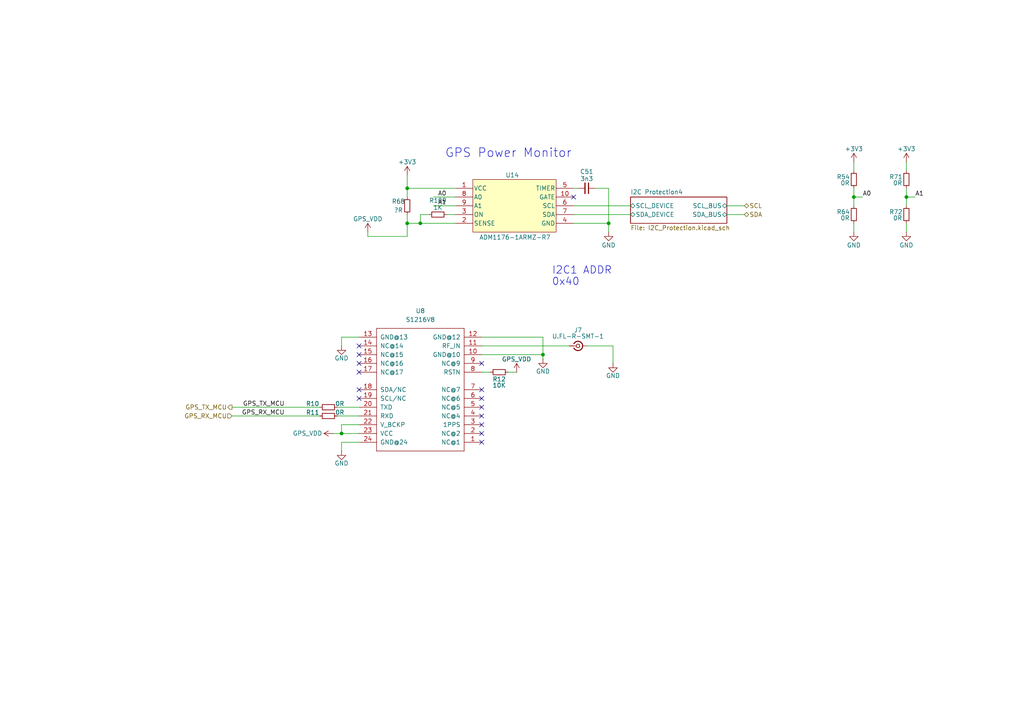
<source format=kicad_sch>
(kicad_sch (version 20231120) (generator "eeschema") (generator_version "8.0")
  (paper "A4")
  (title_block (title "Argus Mainboard") (date "2024-11-19") (rev "v2.1") (company "Carnegie Mellon University") (comment 1 "M. Holliday") (comment 2 "N. Khera") (comment 3 "V. Rajesh"))
  (lib_symbols
    (symbol "Argus-IC:ADM1176-1ARMZ-R7" (pin_names (offset 0.254))
      (property "Reference" "U9" (at 0 8.89 0))
      (property "Value" "ADM1176-1ARMZ-R7" (at 0.762 -9.144 0))
      (symbol "ADM1176-1ARMZ-R7_1_0"
        (pin unspecified line (at -16.51 5.08 0) (length 5.08) (name "VCC") (number "1"))
        (pin unspecified line (at 17.78 2.54 180) (length 5.08) (name "GATE") (number "10"))
        (pin unspecified line (at -16.51 -5.08 0) (length 5.08) (name "SENSE") (number "2"))
        (pin unspecified line (at -16.51 -2.54 0) (length 5.08) (name "ON") (number "3"))
        (pin unspecified line (at 17.78 -5.08 180) (length 5.08) (name "GND") (number "4"))
        (pin unspecified line (at 17.78 5.08 180) (length 5.08) (name "TIMER") (number "5"))
        (pin unspecified line (at 17.78 0 180) (length 5.08) (name "SCL") (number "6"))
        (pin unspecified line (at 17.78 -2.54 180) (length 5.08) (name "SDA") (number "7"))
        (pin unspecified line (at -16.51 2.54 0) (length 5.08) (name "A0") (number "8"))
        (pin unspecified line (at -16.51 0 0) (length 5.08) (name "A1") (number "9"))
      )
      (symbol "ADM1176-1ARMZ-R7_1_1"
        (rectangle (start -11.43 7.62) (end 12.7 -7.62) (fill (type background)))
      )
    )
    (symbol "Argus-Miscellaneous:S1216V8" (pin_names (offset 1.016))
      (property "Reference" "U13" (at -12.954 18.288 0))
      (property "Value" "S1216V8" (at 4.572 -19.812 0))
      (symbol "S1216V8_1_0"
        (polyline (pts (xy -12.7 -17.78) (xy 12.7 -17.78)))
        (polyline (pts (xy -12.7 17.78) (xy -12.7 -17.78)))
        (polyline (pts (xy 12.7 -17.78) (xy 12.7 17.78)))
        (polyline (pts (xy 12.7 17.78) (xy -12.7 17.78)))
        (pin bidirectional line (at 17.78 -15.24 180) (length 5.08) (name "NC@1") (number "1"))
        (pin bidirectional line (at 17.78 10.16 180) (length 5.08) (name "GND@10") (number "10"))
        (pin bidirectional line (at 17.78 12.7 180) (length 5.08) (name "RF_IN") (number "11"))
        (pin bidirectional line (at 17.78 15.24 180) (length 5.08) (name "GND@12") (number "12"))
        (pin bidirectional line (at -17.78 15.24 0) (length 5.08) (name "GND@13") (number "13"))
        (pin bidirectional line (at -17.78 12.7 0) (length 5.08) (name "NC@14") (number "14"))
        (pin bidirectional line (at -17.78 10.16 0) (length 5.08) (name "NC@15") (number "15"))
        (pin bidirectional line (at -17.78 7.62 0) (length 5.08) (name "NC@16") (number "16"))
        (pin bidirectional line (at -17.78 5.08 0) (length 5.08) (name "NC@17") (number "17"))
        (pin bidirectional line (at -17.78 0 0) (length 5.08) (name "SDA/NC") (number "18"))
        (pin bidirectional line (at -17.78 -2.54 0) (length 5.08) (name "SCL/NC") (number "19"))
        (pin bidirectional line (at 17.78 -12.7 180) (length 5.08) (name "NC@2") (number "2"))
        (pin bidirectional line (at -17.78 -5.08 0) (length 5.08) (name "TXD") (number "20"))
        (pin bidirectional line (at -17.78 -7.62 0) (length 5.08) (name "RXD") (number "21"))
        (pin bidirectional line (at -17.78 -10.16 0) (length 5.08) (name "V_BCKP") (number "22"))
        (pin bidirectional line (at -17.78 -12.7 0) (length 5.08) (name "VCC") (number "23"))
        (pin bidirectional line (at -17.78 -15.24 0) (length 5.08) (name "GND@24") (number "24"))
        (pin bidirectional line (at 17.78 -10.16 180) (length 5.08) (name "1PPS") (number "3"))
        (pin bidirectional line (at 17.78 -7.62 180) (length 5.08) (name "NC@4") (number "4"))
        (pin bidirectional line (at 17.78 -5.08 180) (length 5.08) (name "NC@5") (number "5"))
        (pin bidirectional line (at 17.78 -2.54 180) (length 5.08) (name "NC@6") (number "6"))
        (pin bidirectional line (at 17.78 0 180) (length 5.08) (name "NC@7") (number "7"))
        (pin bidirectional line (at 17.78 5.08 180) (length 5.08) (name "RSTN") (number "8"))
        (pin bidirectional line (at 17.78 7.62 180) (length 5.08) (name "NC@9") (number "9"))
      )
    )
    (symbol "Connector:Conn_Coaxial_Small" (pin_numbers hide) (pin_names (offset 1.016) hide)
      (property "Reference" "J" (at 0.254 3.048 0))
      (property "Value" "Conn_Coaxial_Small" (at 0 -3.81 0))
      (symbol "Conn_Coaxial_Small_0_1"
        (polyline (pts (xy -2.54 0) (xy -0.508 0)))
        (circle (center 0 0) (radius 0.508) (stroke (width 0.2032)))
      )
      (symbol "Conn_Coaxial_Small_1_1"
        (arc (start -1.1916 -0.6311) (mid 0.327 -1.3081) (end 1.3484 0.0039) (stroke (width 0.3048)))
        (arc (start 1.3484 -0.0039) (mid 0.327 1.3081) (end -1.1916 0.6311) (stroke (width 0.3048)))
        (pin passive line (at -2.54 0 0) (length 1.27) (name "In") (number "1"))
        (pin passive line (at 2.54 0 180) (length 1.27) (name "Ext") (number "2"))
      )
    )
    (symbol "Device:C_Small" (pin_numbers hide) (pin_names (offset 0.254) hide)
      (property "Reference" "C" (at 0.254 1.778 0))
      (property "Value" "C_Small" (at 0.254 -2.032 0))
      (symbol "C_Small_0_1"
        (polyline (pts (xy -1.524 -0.508) (xy 1.524 -0.508)) (stroke (width 0.3302)))
        (polyline (pts (xy -1.524 0.508) (xy 1.524 0.508)) (stroke (width 0.3048)))
      )
      (symbol "C_Small_1_1"
        (pin passive line (at 0 2.54 270) (length 2.032) (name "~") (number "1"))
        (pin passive line (at 0 -2.54 90) (length 2.032) (name "~") (number "2"))
      )
    )
    (symbol "Device:R_Small" (pin_numbers hide) (pin_names (offset 0.254) hide)
      (property "Reference" "R" (at 0.762 0.508 0))
      (property "Value" "R_Small" (at 0.762 -1.016 0))
      (symbol "R_Small_0_1"
        (rectangle (start -0.762 1.778) (end 0.762 -1.778) (stroke (width 0.2032)))
      )
      (symbol "R_Small_1_1"
        (pin passive line (at 0 2.54 270) (length 0.762) (name "~") (number "1"))
        (pin passive line (at 0 -2.54 90) (length 0.762) (name "~") (number "2"))
      )
    )
    (symbol "power:+3.3V" (power) (pin_numbers hide) (pin_names (offset 0) hide)
      (property "Value" "+3.3V" (at 0 3.556 0))
      (symbol "+3.3V_0_1"
        (polyline (pts (xy -0.762 1.27) (xy 0 2.54)))
        (polyline (pts (xy 0 0) (xy 0 2.54)))
        (polyline (pts (xy 0 2.54) (xy 0.762 1.27)))
      )
      (symbol "+3.3V_1_1"
        (pin power_in line (at 0 0 90) (length 0) (name "~") (number "1"))
      )
    )
    (symbol "power:+BATT" (power) (pin_numbers hide) (pin_names (offset 0) hide)
      (property "Value" "+BATT" (at 0 3.556 0))
      (symbol "+BATT_0_1"
        (polyline (pts (xy -0.762 1.27) (xy 0 2.54)))
        (polyline (pts (xy 0 0) (xy 0 2.54)))
        (polyline (pts (xy 0 2.54) (xy 0.762 1.27)))
      )
      (symbol "+BATT_1_1"
        (pin power_in line (at 0 0 90) (length 0) (name "~") (number "1"))
      )
    )
    (symbol "power:GND" (power) (pin_numbers hide) (pin_names (offset 0) hide)
      (property "Value" "GND" (at 0 -3.81 0))
      (symbol "GND_0_1"
        (polyline (pts (xy 0 0) (xy 0 -1.27) (xy 1.27 -1.27) (xy 0 -2.54) (xy -1.27 -1.27) (xy 0 -1.27)))
      )
      (symbol "GND_1_1"
        (pin power_in line (at 0 0 270) (length 0) (name "~") (number "1"))
      )
    )
  )
  (junction (at 247.65 57.15))
  (junction (at 99.06 125.73))
  (junction (at 157.48 102.87))
  (junction (at 121.92 64.77))
  (junction (at 176.53 64.77))
  (junction (at 118.11 64.77))
  (junction (at 118.11 54.61))
  (junction (at 262.89 57.15))
  (no_connect (at 139.7 120.65))
  (no_connect (at 139.7 105.41))
  (no_connect (at 139.7 113.03))
  (no_connect (at 139.7 123.19))
  (no_connect (at 104.14 102.87))
  (no_connect (at 139.7 118.11))
  (no_connect (at 104.14 113.03))
  (no_connect (at 104.14 100.33))
  (no_connect (at 104.14 107.95))
  (no_connect (at 166.37 57.15))
  (no_connect (at 104.14 115.57))
  (no_connect (at 104.14 105.41))
  (no_connect (at 139.7 128.27))
  (no_connect (at 139.7 115.57))
  (no_connect (at 139.7 125.73))
  (wire (pts (xy 166.37 64.77) (xy 176.53 64.77)))
  (wire (pts (xy 177.8 100.33) (xy 177.8 105.41)))
  (wire (pts (xy 97.79 118.11) (xy 104.14 118.11)))
  (wire (pts (xy 247.65 57.15) (xy 247.65 59.69)))
  (wire (pts (xy 106.68 68.58) (xy 118.11 68.58)))
  (wire (pts (xy 139.7 97.79) (xy 157.48 97.79)))
  (wire (pts (xy 247.65 54.61) (xy 247.65 57.15)))
  (wire (pts (xy 118.11 54.61) (xy 118.11 57.15)))
  (wire (pts (xy 262.89 54.61) (xy 262.89 57.15)))
  (wire (pts (xy 139.7 102.87) (xy 157.48 102.87)))
  (wire (pts (xy 157.48 97.79) (xy 157.48 102.87)))
  (wire (pts (xy 262.89 57.15) (xy 265.43 57.15)))
  (wire (pts (xy 210.82 62.23) (xy 215.9 62.23)))
  (wire (pts (xy 182.88 59.69) (xy 166.37 59.69)))
  (wire (pts (xy 104.14 128.27) (xy 99.06 128.27)))
  (wire (pts (xy 106.68 68.58) (xy 106.68 67.31)))
  (wire (pts (xy 118.11 64.77) (xy 118.11 68.58)))
  (wire (pts (xy 176.53 64.77) (xy 176.53 67.31)))
  (wire (pts (xy 99.06 123.19) (xy 99.06 125.73)))
  (wire (pts (xy 247.65 46.99) (xy 247.65 49.53)))
  (wire (pts (xy 99.06 125.73) (xy 104.14 125.73)))
  (wire (pts (xy 125.73 59.69) (xy 132.08 59.69)))
  (wire (pts (xy 157.48 104.14) (xy 157.48 102.87)))
  (wire (pts (xy 99.06 97.79) (xy 99.06 100.33)))
  (wire (pts (xy 262.89 64.77) (xy 262.89 67.31)))
  (wire (pts (xy 67.31 118.11) (xy 92.71 118.11)))
  (wire (pts (xy 99.06 125.73) (xy 96.52 125.73)))
  (wire (pts (xy 247.65 64.77) (xy 247.65 67.31)))
  (wire (pts (xy 125.73 57.15) (xy 132.08 57.15)))
  (wire (pts (xy 139.7 100.33) (xy 165.1 100.33)))
  (wire (pts (xy 121.92 62.23) (xy 121.92 64.77)))
  (wire (pts (xy 118.11 54.61) (xy 132.08 54.61)))
  (wire (pts (xy 97.79 120.65) (xy 104.14 120.65)))
  (wire (pts (xy 176.53 54.61) (xy 172.72 54.61)))
  (wire (pts (xy 182.88 62.23) (xy 166.37 62.23)))
  (wire (pts (xy 166.37 54.61) (xy 167.64 54.61)))
  (wire (pts (xy 124.46 62.23) (xy 121.92 62.23)))
  (wire (pts (xy 67.31 120.65) (xy 92.71 120.65)))
  (wire (pts (xy 247.65 57.15) (xy 250.19 57.15)))
  (wire (pts (xy 104.14 123.19) (xy 99.06 123.19)))
  (wire (pts (xy 149.86 107.95) (xy 147.32 107.95)))
  (wire (pts (xy 118.11 54.61) (xy 118.11 50.8)))
  (wire (pts (xy 118.11 64.77) (xy 121.92 64.77)))
  (wire (pts (xy 121.92 64.77) (xy 132.08 64.77)))
  (wire (pts (xy 118.11 62.23) (xy 118.11 64.77)))
  (wire (pts (xy 262.89 46.99) (xy 262.89 49.53)))
  (wire (pts (xy 132.08 62.23) (xy 129.54 62.23)))
  (wire (pts (xy 210.82 59.69) (xy 215.9 59.69)))
  (wire (pts (xy 99.06 128.27) (xy 99.06 130.81)))
  (wire (pts (xy 99.06 97.79) (xy 104.14 97.79)))
  (wire (pts (xy 262.89 57.15) (xy 262.89 59.69)))
  (wire (pts (xy 139.7 107.95) (xy 142.24 107.95)))
  (wire (pts (xy 170.18 100.33) (xy 177.8 100.33)))
  (wire (pts (xy 176.53 54.61) (xy 176.53 64.77)))
  (text "0x40" (at 168.148 83.058 0) (effects (font (size 2.159 2.159)) (justify right bottom)))
  (text "I2C1 ADDR" (at 177.546 79.756 0) (effects (font (size 2.159 2.159)) (justify right bottom)))
  (text "GPS Power Monitor" (at 129.032 45.974 0) (effects (font (size 2.54 2.54)) (justify left bottom)))
  (label "A1" (at 127 59.69 0))
  (label "A0" (at 127 57.15 0))
  (label "A0" (at 250.19 57.15 0))
  (label "A1" (at 265.43 57.15 0))
  (label "GPS_RX_MCU" (at 82.55 120.65 180))
  (label "GPS_TX_MCU" (at 82.55 118.11 180))
  (hierarchical_label "GPS_TX_MCU" (shape output) (at 67.31 118.11 180))
  (hierarchical_label "SDA" (shape bidirectional) (at 215.9 62.23 0))
  (hierarchical_label "SCL" (shape bidirectional) (at 215.9 59.69 0))
  (hierarchical_label "GPS_RX_MCU" (shape input) (at 67.31 120.65 180))
  (symbol (lib_id "Device:R_Small") (at 95.25 120.65 90) (unit 1)
    (property "Reference" "R11" (at 90.678 119.634 90))
    (property "Value" "0R" (at 98.552 119.634 90))
    (property "Footprint" "Resistor_SMD:R_0603_1608Metric" (effects (hide yes)))
    (property "Description" "Resistor, small symbol" (effects (hide yes)))
  )
  (symbol (lib_id "Argus-IC:ADM1176-1ARMZ-R7") (at 148.59 59.69 0) (unit 1)
    (property "Reference" "U14" (at 148.59 50.8 0))
    (property "Value" "ADM1176-1ARMZ-R7" (at 149.352 68.834 0))
    (property "Footprint" "Package_SO:MSOP-10_3x3mm_P0.5mm" (effects (hide yes)))
    (property "Flight" "ADM1176-1ARMZ-R7" (effects (hide yes)))
    (property "Manufacturer_Name" "Analog Devices Inc." (effects (hide yes)))
    (property "Manufacturer_Part_Number" "ADM1176-1ARMZ-R7" (effects (hide yes)))
    (property "Proto" "ADM1176-1ARMZ-R7" (effects (hide yes)))
  )
  (symbol (lib_id "power:+3.3V") (at 247.65 46.99 0) (unit 1)
    (property "Reference" "#PWR0115" (effects (hide yes)))
    (property "Value" "+3V3" (at 247.65 43.18 0))
    (property "Description" "Power symbol creates a global label with name \"+3.3V\"" (effects (hide yes)))
  )
  (symbol (lib_id "power:+BATT") (at 118.11 50.8 0) (unit 1)
    (property "Reference" "#PWR0102" (effects (hide yes)))
    (property "Value" "+3V3" (at 118.11 46.99 0))
    (property "Description" "Power symbol creates a global label with name \"+BATT\"" (effects (hide yes)))
  )
  (symbol (lib_id "Device:R_Small") (at 127 62.23 90) (mirror x) (unit 1)
    (property "Reference" "R109" (at 127 58.166 90))
    (property "Value" "1K" (at 127 60.198 90))
    (property "Footprint" "Resistor_SMD:R_0603_1608Metric" (effects (hide yes)))
    (property "Description" "Resistor, small symbol" (effects (hide yes)))
  )
  (symbol (lib_id "Connector:Conn_Coaxial_Small") (at 167.64 100.33 0) (unit 1)
    (property "Reference" "J7" (at 167.64 95.758 0))
    (property "Value" "U.FL-R-SMT-1" (at 167.64 97.536 0))
    (property "Footprint" "Connector_Coaxial:U.FL_Hirose_U.FL-R-SMT-1_Vertical" (effects (hide yes)))
    (property "Description" "small coaxial connector (BNC, SMA, SMB, SMC, Cinch/RCA, LEMO, ...)" (effects (hide yes)))
  )
  (symbol (lib_id "Device:C_Small") (at 170.18 54.61 270) (unit 1)
    (property "Reference" "C51" (at 170.18 49.784 90))
    (property "Value" "3n3" (at 170.18 51.8414 90))
    (property "Footprint" "Capacitor_SMD:C_0603_1608Metric" (effects (hide yes)))
    (property "Description" "3.3nF +-10% 100V X7R 0603" (effects (hide yes)))
  )
  (symbol (lib_id "Device:R_Small") (at 247.65 52.07 0) (mirror x) (unit 1)
    (property "Reference" "R54" (at 244.602 51.308 0))
    (property "Value" "0R" (at 245.11 53.086 0))
    (property "Footprint" "Resistor_SMD:R_0603_1608Metric" (effects (hide yes)))
    (property "Description" "Resistor, small symbol" (effects (hide yes)))
  )
  (symbol (lib_id "Device:R_Small") (at 118.11 59.69 0) (mirror x) (unit 1)
    (property "Reference" "R68" (at 115.57 58.42 0))
    (property "Value" "?R" (at 115.57 60.96 0))
    (property "Footprint" "Resistor_SMD:R_2512_6332Metric" (effects (hide yes)))
    (property "Description" "Resistor, small symbol" (effects (hide yes)))
  )
  (symbol (lib_id "power:+3.3V") (at 96.52 125.73 90) (unit 1)
    (property "Reference" "#SUPPLY013" (effects (hide yes)))
    (property "Value" "GPS_VDD" (at 93.472 124.968 90) (effects (justify left bottom)))
    (property "Description" "Power symbol creates a global label with name \"+3.3V\"" (effects (hide yes)))
  )
  (symbol (lib_id "power:GND") (at 99.06 130.81 0) (unit 1)
    (property "Reference" "#PWR088" (effects (hide yes)))
    (property "Value" "GND" (at 99.06 134.366 0))
    (property "Description" "Power symbol creates a global label with name \"GND\" , ground" (effects (hide yes)))
  )
  (symbol (lib_id "Device:R_Small") (at 144.78 107.95 90) (unit 1)
    (property "Reference" "R12" (at 144.78 109.982 90))
    (property "Value" "10K" (at 144.78 111.76 90))
    (property "Footprint" "Resistor_SMD:R_0603_1608Metric" (effects (hide yes)))
    (property "Description" "Resistor, small symbol" (effects (hide yes)))
  )
  (symbol (lib_id "power:+3.3V") (at 149.86 107.95 0) (unit 1)
    (property "Reference" "#SUPPLY014" (effects (hide yes)))
    (property "Value" "GPS_VDD" (at 145.542 104.902 0) (effects (justify left bottom)))
    (property "Description" "Power symbol creates a global label with name \"+3.3V\"" (effects (hide yes)))
  )
  (symbol (lib_id "power:GND") (at 247.65 67.31 0) (unit 1)
    (property "Reference" "#PWR0164" (effects (hide yes)))
    (property "Value" "GND" (at 247.65 71.12 0))
    (property "Description" "Power symbol creates a global label with name \"GND\" , ground" (effects (hide yes)))
  )
  (symbol (lib_id "power:GND") (at 157.48 104.14 0) (unit 1)
    (property "Reference" "#PWR090" (effects (hide yes)))
    (property "Value" "GND" (at 157.48 107.696 0))
    (property "Description" "Power symbol creates a global label with name \"GND\" , ground" (effects (hide yes)))
  )
  (symbol (lib_id "power:+3.3V") (at 262.89 46.99 0) (unit 1)
    (property "Reference" "#PWR0165" (effects (hide yes)))
    (property "Value" "+3V3" (at 262.89 43.18 0))
    (property "Description" "Power symbol creates a global label with name \"+3.3V\"" (effects (hide yes)))
  )
  (symbol (lib_id "Device:R_Small") (at 262.89 62.23 0) (mirror x) (unit 1)
    (property "Reference" "R72" (at 259.842 61.468 0))
    (property "Value" "0R" (at 260.35 63.246 0))
    (property "Footprint" "Resistor_SMD:R_0603_1608Metric" (effects (hide yes)))
    (property "Description" "Resistor, small symbol" (effects (hide yes)))
  )
  (symbol (lib_id "power:+BATT") (at 106.68 67.31 0) (unit 1)
    (property "Reference" "#PWR0108" (effects (hide yes)))
    (property "Value" "GPS_VDD" (at 106.68 63.5 0))
    (property "Description" "Power symbol creates a global label with name \"+BATT\"" (effects (hide yes)))
  )
  (symbol (lib_id "power:GND") (at 177.8 105.41 0) (unit 1)
    (property "Reference" "#PWR0174" (effects (hide yes)))
    (property "Value" "GND" (at 177.8 108.966 0))
    (property "Description" "Power symbol creates a global label with name \"GND\" , ground" (effects (hide yes)))
  )
  (symbol (lib_id "Device:R_Small") (at 95.25 118.11 90) (unit 1)
    (property "Reference" "R10" (at 90.678 117.094 90))
    (property "Value" "0R" (at 98.552 117.094 90))
    (property "Footprint" "Resistor_SMD:R_0603_1608Metric" (effects (hide yes)))
    (property "Description" "Resistor, small symbol" (effects (hide yes)))
  )
  (symbol (lib_id "Argus-Miscellaneous:S1216V8") (at 121.92 113.03 0) (unit 1)
    (property "Reference" "U8" (at 121.92 90.17 0))
    (property "Value" "S1216V8" (at 121.92 92.71 0))
    (property "Footprint" "Argus-Miscellaneous:S1216_24PIN_PACKAGE" (effects (hide yes)))
  )
  (symbol (lib_id "Device:R_Small") (at 247.65 62.23 0) (mirror x) (unit 1)
    (property "Reference" "R64" (at 244.602 61.468 0))
    (property "Value" "0R" (at 245.11 63.246 0))
    (property "Footprint" "Resistor_SMD:R_0603_1608Metric" (effects (hide yes)))
    (property "Description" "Resistor, small symbol" (effects (hide yes)))
  )
  (symbol (lib_id "power:GND") (at 176.53 67.31 0) (unit 1)
    (property "Reference" "#PWR0131" (effects (hide yes)))
    (property "Value" "GND" (at 176.53 71.12 0))
    (property "Description" "Power symbol creates a global label with name \"GND\" , ground" (effects (hide yes)))
  )
  (symbol (lib_id "power:GND") (at 99.06 100.33 0) (unit 1)
    (property "Reference" "#PWR087" (effects (hide yes)))
    (property "Value" "GND" (at 99.06 103.886 0))
    (property "Description" "Power symbol creates a global label with name \"GND\" , ground" (effects (hide yes)))
  )
  (symbol (lib_id "Device:R_Small") (at 262.89 52.07 0) (mirror x) (unit 1)
    (property "Reference" "R71" (at 259.842 51.308 0))
    (property "Value" "0R" (at 260.35 53.086 0))
    (property "Footprint" "Resistor_SMD:R_0603_1608Metric" (effects (hide yes)))
    (property "Description" "Resistor, small symbol" (effects (hide yes)))
  )
  (symbol (lib_id "power:GND") (at 262.89 67.31 0) (unit 1)
    (property "Reference" "#PWR0166" (effects (hide yes)))
    (property "Value" "GND" (at 262.89 71.12 0))
    (property "Description" "Power symbol creates a global label with name \"GND\" , ground" (effects (hide yes)))
  )
  (sheet (at 182.88 57.15) (size 27.94 7.62) (stroke (width 0.1524))
    (property "Sheetname" "I2C Protection4" (at 182.88 56.4384 0) (effects (justify left bottom)))
    (property "Sheetfile" "I2C_Protection.kicad_sch" (at 182.88 65.3546 0) (effects (justify left top)))
    (pin "SCL_DEVICE" bidirectional (at 182.88 59.69 180))
    (pin "SDA_BUS" bidirectional (at 210.82 62.23 0))
    (pin "SDA_DEVICE" bidirectional (at 182.88 62.23 180))
    (pin "SCL_BUS" bidirectional (at 210.82 59.69 0))
  )
)
</source>
